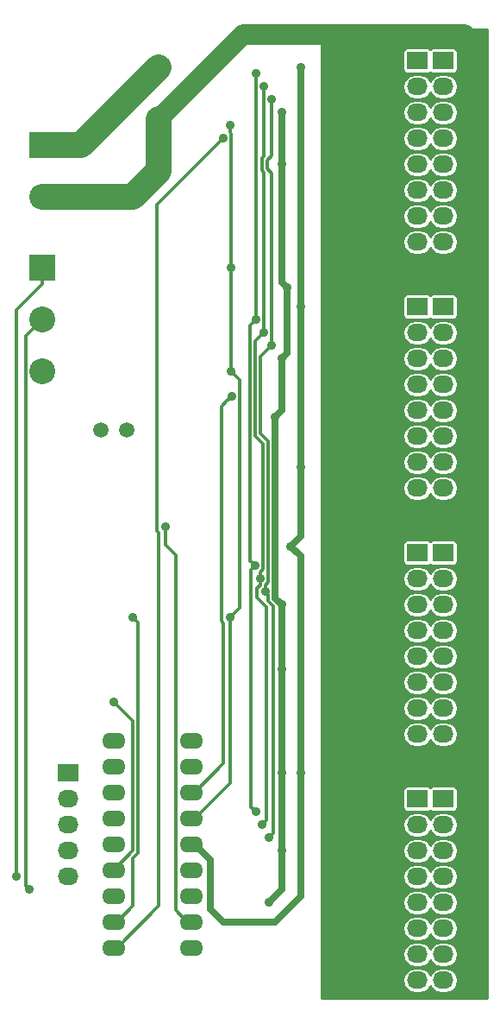
<source format=gbl>
G04 #@! TF.FileFunction,Copper,L2,Bot,Signal*
%FSLAX46Y46*%
G04 Gerber Fmt 4.6, Leading zero omitted, Abs format (unit mm)*
G04 Created by KiCad (PCBNEW (2015-10-14 BZR 6269)-product) date Thursday, October 22, 2015 'PMt' 03:29:46 PM*
%MOMM*%
G01*
G04 APERTURE LIST*
%ADD10C,0.100000*%
%ADD11C,1.501140*%
%ADD12R,2.032000X1.727200*%
%ADD13O,2.032000X1.727200*%
%ADD14R,2.540000X2.540000*%
%ADD15C,2.540000*%
%ADD16O,2.300000X1.600000*%
%ADD17C,0.889000*%
%ADD18C,2.032000*%
%ADD19C,2.540000*%
%ADD20C,0.635000*%
%ADD21C,0.304800*%
%ADD22C,0.254000*%
G04 APERTURE END LIST*
D10*
D11*
X152400000Y-67945000D03*
X152400000Y-62865000D03*
X149225000Y-98425000D03*
X146685000Y-98425000D03*
D12*
X177800000Y-62230000D03*
D13*
X177800000Y-64770000D03*
X177800000Y-67310000D03*
X177800000Y-69850000D03*
X177800000Y-72390000D03*
X177800000Y-74930000D03*
X177800000Y-77470000D03*
X177800000Y-80010000D03*
D12*
X180340000Y-62230000D03*
D13*
X180340000Y-64770000D03*
X180340000Y-67310000D03*
X180340000Y-69850000D03*
X180340000Y-72390000D03*
X180340000Y-74930000D03*
X180340000Y-77470000D03*
X180340000Y-80010000D03*
D12*
X182880000Y-62230000D03*
D13*
X182880000Y-64770000D03*
X182880000Y-67310000D03*
X182880000Y-69850000D03*
X182880000Y-72390000D03*
X182880000Y-74930000D03*
X182880000Y-77470000D03*
X182880000Y-80010000D03*
D12*
X177800000Y-86360000D03*
D13*
X177800000Y-88900000D03*
X177800000Y-91440000D03*
X177800000Y-93980000D03*
X177800000Y-96520000D03*
X177800000Y-99060000D03*
X177800000Y-101600000D03*
X177800000Y-104140000D03*
D12*
X180340000Y-86360000D03*
D13*
X180340000Y-88900000D03*
X180340000Y-91440000D03*
X180340000Y-93980000D03*
X180340000Y-96520000D03*
X180340000Y-99060000D03*
X180340000Y-101600000D03*
X180340000Y-104140000D03*
D12*
X182880000Y-86360000D03*
D13*
X182880000Y-88900000D03*
X182880000Y-91440000D03*
X182880000Y-93980000D03*
X182880000Y-96520000D03*
X182880000Y-99060000D03*
X182880000Y-101600000D03*
X182880000Y-104140000D03*
D12*
X177800000Y-110490000D03*
D13*
X177800000Y-113030000D03*
X177800000Y-115570000D03*
X177800000Y-118110000D03*
X177800000Y-120650000D03*
X177800000Y-123190000D03*
X177800000Y-125730000D03*
X177800000Y-128270000D03*
D12*
X180340000Y-110490000D03*
D13*
X180340000Y-113030000D03*
X180340000Y-115570000D03*
X180340000Y-118110000D03*
X180340000Y-120650000D03*
X180340000Y-123190000D03*
X180340000Y-125730000D03*
X180340000Y-128270000D03*
D12*
X182880000Y-110490000D03*
D13*
X182880000Y-113030000D03*
X182880000Y-115570000D03*
X182880000Y-118110000D03*
X182880000Y-120650000D03*
X182880000Y-123190000D03*
X182880000Y-125730000D03*
X182880000Y-128270000D03*
D12*
X177800000Y-134620000D03*
D13*
X177800000Y-137160000D03*
X177800000Y-139700000D03*
X177800000Y-142240000D03*
X177800000Y-144780000D03*
X177800000Y-147320000D03*
X177800000Y-149860000D03*
X177800000Y-152400000D03*
D12*
X180340000Y-134620000D03*
D13*
X180340000Y-137160000D03*
X180340000Y-139700000D03*
X180340000Y-142240000D03*
X180340000Y-144780000D03*
X180340000Y-147320000D03*
X180340000Y-149860000D03*
X180340000Y-152400000D03*
D12*
X182880000Y-134620000D03*
D13*
X182880000Y-137160000D03*
X182880000Y-139700000D03*
X182880000Y-142240000D03*
X182880000Y-144780000D03*
X182880000Y-147320000D03*
X182880000Y-149860000D03*
X182880000Y-152400000D03*
D14*
X140970000Y-70485000D03*
D15*
X140970000Y-75565000D03*
D14*
X140970000Y-82550000D03*
D15*
X140970000Y-87630000D03*
X140970000Y-92710000D03*
D12*
X143510000Y-132080000D03*
D13*
X143510000Y-134620000D03*
X143510000Y-137160000D03*
X143510000Y-139700000D03*
X143510000Y-142240000D03*
D16*
X147955000Y-128905000D03*
X147955000Y-131445000D03*
X147955000Y-133985000D03*
X147955000Y-136525000D03*
X147955000Y-139065000D03*
X147955000Y-141605000D03*
X147955000Y-144145000D03*
X147955000Y-146685000D03*
X147955000Y-149225000D03*
X155575000Y-149225000D03*
X155575000Y-146685000D03*
X155575000Y-144145000D03*
X155575000Y-141605000D03*
X155575000Y-139065000D03*
X155575000Y-136525000D03*
X155575000Y-133985000D03*
X155575000Y-131445000D03*
X155575000Y-128905000D03*
D17*
X163195000Y-144780000D03*
X164465000Y-139700000D03*
X164465000Y-132080000D03*
X164465000Y-121920000D03*
X164465000Y-115570000D03*
X163830000Y-97155000D03*
X164465000Y-91440000D03*
X164975617Y-84452609D03*
X164465000Y-67310000D03*
X164465000Y-72390000D03*
X166370000Y-102099299D03*
X166370000Y-132080000D03*
X166370000Y-62865000D03*
X166370000Y-86360000D03*
X165385000Y-109840000D03*
X153035000Y-107950000D03*
X149860000Y-116840000D03*
X147955000Y-125095000D03*
X138430000Y-142240000D03*
X139700000Y-143510000D03*
X159546920Y-82550000D03*
X159546920Y-92710000D03*
X159385000Y-68580000D03*
X159385000Y-116840000D03*
X161858358Y-111760000D03*
X161925000Y-63500000D03*
X161925000Y-87630000D03*
X161925000Y-135890000D03*
X162363169Y-113030000D03*
X162560000Y-137160000D03*
X162721910Y-88900000D03*
X162721910Y-64770000D03*
X162867980Y-114300000D03*
X163518820Y-66040000D03*
X163518820Y-90170000D03*
X163195000Y-138430000D03*
X158750000Y-69850000D03*
X159565031Y-95139530D03*
D18*
X182880000Y-62230000D02*
X182880000Y-60096400D01*
X182473600Y-59690000D02*
X160655000Y-59690000D01*
X182880000Y-60096400D02*
X182473600Y-59690000D01*
X160655000Y-59690000D02*
X152400000Y-67945000D01*
D19*
X152400000Y-73025000D02*
X152400000Y-67945000D01*
X140970000Y-75565000D02*
X149860000Y-75565000D01*
X149860000Y-75565000D02*
X152400000Y-73025000D01*
D20*
X164465000Y-139700000D02*
X164465000Y-143510000D01*
X164465000Y-143510000D02*
X163195000Y-144780000D01*
X164465000Y-132080000D02*
X164465000Y-139700000D01*
X164465000Y-121920000D02*
X164465000Y-132080000D01*
X164465000Y-115570000D02*
X164465000Y-121920000D01*
X163830000Y-114935000D02*
X164465000Y-115570000D01*
X163830000Y-97155000D02*
X163830000Y-114935000D01*
X164465000Y-91440000D02*
X164465000Y-96520000D01*
X164465000Y-96520000D02*
X163830000Y-97155000D01*
X164975617Y-84452609D02*
X164975617Y-90929383D01*
X164975617Y-90929383D02*
X164465000Y-91440000D01*
X164465000Y-72390000D02*
X164465000Y-83941992D01*
X164465000Y-83941992D02*
X164975617Y-84452609D01*
X164465000Y-72390000D02*
X164465000Y-67310000D01*
D19*
X140970000Y-70485000D02*
X144780000Y-70485000D01*
X144780000Y-70485000D02*
X152400000Y-62865000D01*
D20*
X166370000Y-132080000D02*
X166370000Y-144145000D01*
X166370000Y-144145000D02*
X163830000Y-146685000D01*
X163830000Y-146685000D02*
X158750000Y-146685000D01*
X158750000Y-146685000D02*
X157480000Y-145415000D01*
X157480000Y-145415000D02*
X157480000Y-140620000D01*
X157480000Y-140620000D02*
X155925000Y-139065000D01*
X155925000Y-139065000D02*
X155575000Y-139065000D01*
X166370000Y-108855000D02*
X166370000Y-102099299D01*
X166370000Y-102099299D02*
X166370000Y-86988617D01*
X166370000Y-132080000D02*
X166370000Y-110825000D01*
X166370000Y-110825000D02*
X165385000Y-109840000D01*
X166370000Y-86988617D02*
X166370000Y-86360000D01*
X165385000Y-109840000D02*
X166370000Y-108855000D01*
X166370000Y-86360000D02*
X166370000Y-62865000D01*
D21*
X154072590Y-110722410D02*
X153035000Y-109684820D01*
X153035000Y-109684820D02*
X153035000Y-107950000D01*
X155575000Y-146685000D02*
X155225000Y-146685000D01*
X155225000Y-146685000D02*
X154072590Y-145532590D01*
X154072590Y-145532590D02*
X154072590Y-110722410D01*
X148305000Y-146685000D02*
X147955000Y-146685000D01*
X149860000Y-140413910D02*
X149860000Y-145130000D01*
X150364810Y-139909100D02*
X149860000Y-140413910D01*
X150364811Y-117344811D02*
X150364810Y-139909100D01*
X149860000Y-145130000D02*
X148305000Y-146685000D01*
X149860000Y-116840000D02*
X150364811Y-117344811D01*
X149860000Y-127000000D02*
X149860000Y-139700000D01*
X149860000Y-139700000D02*
X147955000Y-141605000D01*
X147955000Y-125095000D02*
X149860000Y-127000000D01*
X140970000Y-82550000D02*
X140970000Y-84124800D01*
X140970000Y-84124800D02*
X138430000Y-86664800D01*
X138430000Y-86664800D02*
X138430000Y-142240000D01*
X140970000Y-87630000D02*
X139347599Y-89252401D01*
X139347599Y-89252401D02*
X139347599Y-143157599D01*
X139347599Y-143157599D02*
X139700000Y-143510000D01*
X159991419Y-93154499D02*
X159546920Y-92710000D01*
X160361932Y-93525012D02*
X159991419Y-93154499D01*
X159385000Y-116840000D02*
X160361932Y-115863068D01*
X160361932Y-115863068D02*
X160361932Y-93525012D01*
X159546920Y-81921383D02*
X159546920Y-82550000D01*
X159546920Y-69370537D02*
X159546920Y-81921383D01*
X159385000Y-68580000D02*
X159385000Y-69208617D01*
X159546920Y-83178617D02*
X159546920Y-92710000D01*
X159546920Y-82550000D02*
X159546920Y-83178617D01*
X159385000Y-69208617D02*
X159546920Y-69370537D01*
X155575000Y-136525000D02*
X155925000Y-136525000D01*
X155925000Y-136525000D02*
X159385000Y-133065000D01*
X159385000Y-133065000D02*
X159385000Y-116840000D01*
X161480501Y-112137857D02*
X161858358Y-111760000D01*
X161413859Y-111315501D02*
X161858358Y-111760000D01*
X161925000Y-135890000D02*
X161480501Y-135445501D01*
X161388476Y-88166524D02*
X161388476Y-111290118D01*
X161480501Y-135445501D02*
X161480501Y-112137857D01*
X161388476Y-111290118D02*
X161413859Y-111315501D01*
X161925000Y-87630000D02*
X161388476Y-88166524D01*
X161925000Y-87630000D02*
X161925000Y-63500000D01*
X162363169Y-113658617D02*
X162363169Y-113030000D01*
X162560000Y-137160000D02*
X163004499Y-136715501D01*
X162071078Y-113950708D02*
X162363169Y-113658617D01*
X163004499Y-136715501D02*
X163004499Y-115770806D01*
X161893287Y-89728623D02*
X161893288Y-99016614D01*
X162071078Y-114837385D02*
X162071078Y-113950708D01*
X162363169Y-112401383D02*
X162363169Y-113030000D01*
X162655278Y-99778604D02*
X162655278Y-112109274D01*
X163004499Y-115770806D02*
X162071078Y-114837385D01*
X161893288Y-99016614D02*
X162655278Y-99778604D01*
X162721910Y-88900000D02*
X161893287Y-89728623D01*
X162655278Y-112109274D02*
X162363169Y-112401383D01*
X162528288Y-71798388D02*
X162528288Y-72981612D01*
X162721910Y-64770000D02*
X162721910Y-71604766D01*
X162721910Y-73175234D02*
X162721910Y-88271383D01*
X162721910Y-71604766D02*
X162528288Y-71798388D01*
X162528288Y-72981612D02*
X162721910Y-73175234D01*
X162721910Y-88271383D02*
X162721910Y-88900000D01*
X163160089Y-114592109D02*
X162867980Y-114300000D01*
X163639499Y-115691895D02*
X163160089Y-115212486D01*
X162398098Y-98807514D02*
X163160089Y-99569505D01*
X162398098Y-91290722D02*
X162398098Y-98807514D01*
X162867980Y-113671383D02*
X162867980Y-114300000D01*
X163160089Y-99569505D02*
X163160089Y-113379274D01*
X163160089Y-113379274D02*
X162867980Y-113671383D01*
X163195000Y-138430000D02*
X163639499Y-137985501D01*
X163518820Y-90170000D02*
X162398098Y-91290722D01*
X163160089Y-115212486D02*
X163160089Y-114592109D01*
X163639499Y-137985501D02*
X163639499Y-115691895D01*
X163518820Y-90170000D02*
X163518820Y-73258234D01*
X163033099Y-72007487D02*
X163518820Y-71521766D01*
X163518820Y-73258234D02*
X163033099Y-72772513D01*
X163033099Y-72772513D02*
X163033099Y-72007487D01*
X163518820Y-71521766D02*
X163518820Y-66668617D01*
X163518820Y-66668617D02*
X163518820Y-66040000D01*
X148305000Y-149225000D02*
X147955000Y-149225000D01*
X152400000Y-145130000D02*
X148305000Y-149225000D01*
X152238098Y-108332514D02*
X152400000Y-108494416D01*
X152238098Y-76361902D02*
X152238098Y-108332514D01*
X152400000Y-108494416D02*
X152400000Y-145130000D01*
X158750000Y-69850000D02*
X152238098Y-76361902D01*
X159120532Y-95584029D02*
X159565031Y-95139530D01*
X158559110Y-96145451D02*
X159120532Y-95584029D01*
X158750000Y-117384416D02*
X158559110Y-117193526D01*
X158559110Y-117193526D02*
X158559110Y-96145451D01*
X158750000Y-131160000D02*
X158750000Y-117384416D01*
X155575000Y-133985000D02*
X155925000Y-133985000D01*
X155925000Y-133985000D02*
X158750000Y-131160000D01*
D22*
G36*
X184658000Y-154178000D02*
X168402000Y-154178000D01*
X168402000Y-152400000D01*
X176375631Y-152400000D01*
X176470371Y-152876288D01*
X176740166Y-153280065D01*
X177143943Y-153549860D01*
X177620231Y-153644600D01*
X177979769Y-153644600D01*
X178456057Y-153549860D01*
X178859834Y-153280065D01*
X179070000Y-152965529D01*
X179280166Y-153280065D01*
X179683943Y-153549860D01*
X180160231Y-153644600D01*
X180519769Y-153644600D01*
X180996057Y-153549860D01*
X181399834Y-153280065D01*
X181669629Y-152876288D01*
X181764369Y-152400000D01*
X181669629Y-151923712D01*
X181399834Y-151519935D01*
X180996057Y-151250140D01*
X180519769Y-151155400D01*
X180160231Y-151155400D01*
X179683943Y-151250140D01*
X179280166Y-151519935D01*
X179070000Y-151834471D01*
X178859834Y-151519935D01*
X178456057Y-151250140D01*
X177979769Y-151155400D01*
X177620231Y-151155400D01*
X177143943Y-151250140D01*
X176740166Y-151519935D01*
X176470371Y-151923712D01*
X176375631Y-152400000D01*
X168402000Y-152400000D01*
X168402000Y-149860000D01*
X176375631Y-149860000D01*
X176470371Y-150336288D01*
X176740166Y-150740065D01*
X177143943Y-151009860D01*
X177620231Y-151104600D01*
X177979769Y-151104600D01*
X178456057Y-151009860D01*
X178859834Y-150740065D01*
X179070000Y-150425529D01*
X179280166Y-150740065D01*
X179683943Y-151009860D01*
X180160231Y-151104600D01*
X180519769Y-151104600D01*
X180996057Y-151009860D01*
X181399834Y-150740065D01*
X181669629Y-150336288D01*
X181764369Y-149860000D01*
X181669629Y-149383712D01*
X181399834Y-148979935D01*
X180996057Y-148710140D01*
X180519769Y-148615400D01*
X180160231Y-148615400D01*
X179683943Y-148710140D01*
X179280166Y-148979935D01*
X179070000Y-149294471D01*
X178859834Y-148979935D01*
X178456057Y-148710140D01*
X177979769Y-148615400D01*
X177620231Y-148615400D01*
X177143943Y-148710140D01*
X176740166Y-148979935D01*
X176470371Y-149383712D01*
X176375631Y-149860000D01*
X168402000Y-149860000D01*
X168402000Y-147320000D01*
X176375631Y-147320000D01*
X176470371Y-147796288D01*
X176740166Y-148200065D01*
X177143943Y-148469860D01*
X177620231Y-148564600D01*
X177979769Y-148564600D01*
X178456057Y-148469860D01*
X178859834Y-148200065D01*
X179070000Y-147885529D01*
X179280166Y-148200065D01*
X179683943Y-148469860D01*
X180160231Y-148564600D01*
X180519769Y-148564600D01*
X180996057Y-148469860D01*
X181399834Y-148200065D01*
X181669629Y-147796288D01*
X181764369Y-147320000D01*
X181669629Y-146843712D01*
X181399834Y-146439935D01*
X180996057Y-146170140D01*
X180519769Y-146075400D01*
X180160231Y-146075400D01*
X179683943Y-146170140D01*
X179280166Y-146439935D01*
X179070000Y-146754471D01*
X178859834Y-146439935D01*
X178456057Y-146170140D01*
X177979769Y-146075400D01*
X177620231Y-146075400D01*
X177143943Y-146170140D01*
X176740166Y-146439935D01*
X176470371Y-146843712D01*
X176375631Y-147320000D01*
X168402000Y-147320000D01*
X168402000Y-144780000D01*
X176375631Y-144780000D01*
X176470371Y-145256288D01*
X176740166Y-145660065D01*
X177143943Y-145929860D01*
X177620231Y-146024600D01*
X177979769Y-146024600D01*
X178456057Y-145929860D01*
X178859834Y-145660065D01*
X179070000Y-145345529D01*
X179280166Y-145660065D01*
X179683943Y-145929860D01*
X180160231Y-146024600D01*
X180519769Y-146024600D01*
X180996057Y-145929860D01*
X181399834Y-145660065D01*
X181669629Y-145256288D01*
X181764369Y-144780000D01*
X181669629Y-144303712D01*
X181399834Y-143899935D01*
X180996057Y-143630140D01*
X180519769Y-143535400D01*
X180160231Y-143535400D01*
X179683943Y-143630140D01*
X179280166Y-143899935D01*
X179070000Y-144214471D01*
X178859834Y-143899935D01*
X178456057Y-143630140D01*
X177979769Y-143535400D01*
X177620231Y-143535400D01*
X177143943Y-143630140D01*
X176740166Y-143899935D01*
X176470371Y-144303712D01*
X176375631Y-144780000D01*
X168402000Y-144780000D01*
X168402000Y-142240000D01*
X176375631Y-142240000D01*
X176470371Y-142716288D01*
X176740166Y-143120065D01*
X177143943Y-143389860D01*
X177620231Y-143484600D01*
X177979769Y-143484600D01*
X178456057Y-143389860D01*
X178859834Y-143120065D01*
X179070000Y-142805529D01*
X179280166Y-143120065D01*
X179683943Y-143389860D01*
X180160231Y-143484600D01*
X180519769Y-143484600D01*
X180996057Y-143389860D01*
X181399834Y-143120065D01*
X181669629Y-142716288D01*
X181764369Y-142240000D01*
X181669629Y-141763712D01*
X181399834Y-141359935D01*
X180996057Y-141090140D01*
X180519769Y-140995400D01*
X180160231Y-140995400D01*
X179683943Y-141090140D01*
X179280166Y-141359935D01*
X179070000Y-141674471D01*
X178859834Y-141359935D01*
X178456057Y-141090140D01*
X177979769Y-140995400D01*
X177620231Y-140995400D01*
X177143943Y-141090140D01*
X176740166Y-141359935D01*
X176470371Y-141763712D01*
X176375631Y-142240000D01*
X168402000Y-142240000D01*
X168402000Y-139700000D01*
X176375631Y-139700000D01*
X176470371Y-140176288D01*
X176740166Y-140580065D01*
X177143943Y-140849860D01*
X177620231Y-140944600D01*
X177979769Y-140944600D01*
X178456057Y-140849860D01*
X178859834Y-140580065D01*
X179070000Y-140265529D01*
X179280166Y-140580065D01*
X179683943Y-140849860D01*
X180160231Y-140944600D01*
X180519769Y-140944600D01*
X180996057Y-140849860D01*
X181399834Y-140580065D01*
X181669629Y-140176288D01*
X181764369Y-139700000D01*
X181669629Y-139223712D01*
X181399834Y-138819935D01*
X180996057Y-138550140D01*
X180519769Y-138455400D01*
X180160231Y-138455400D01*
X179683943Y-138550140D01*
X179280166Y-138819935D01*
X179070000Y-139134471D01*
X178859834Y-138819935D01*
X178456057Y-138550140D01*
X177979769Y-138455400D01*
X177620231Y-138455400D01*
X177143943Y-138550140D01*
X176740166Y-138819935D01*
X176470371Y-139223712D01*
X176375631Y-139700000D01*
X168402000Y-139700000D01*
X168402000Y-137160000D01*
X176375631Y-137160000D01*
X176470371Y-137636288D01*
X176740166Y-138040065D01*
X177143943Y-138309860D01*
X177620231Y-138404600D01*
X177979769Y-138404600D01*
X178456057Y-138309860D01*
X178859834Y-138040065D01*
X179070000Y-137725529D01*
X179280166Y-138040065D01*
X179683943Y-138309860D01*
X180160231Y-138404600D01*
X180519769Y-138404600D01*
X180996057Y-138309860D01*
X181399834Y-138040065D01*
X181669629Y-137636288D01*
X181764369Y-137160000D01*
X181669629Y-136683712D01*
X181399834Y-136279935D01*
X180996057Y-136010140D01*
X180519769Y-135915400D01*
X180160231Y-135915400D01*
X179683943Y-136010140D01*
X179280166Y-136279935D01*
X179070000Y-136594471D01*
X178859834Y-136279935D01*
X178456057Y-136010140D01*
X177979769Y-135915400D01*
X177620231Y-135915400D01*
X177143943Y-136010140D01*
X176740166Y-136279935D01*
X176470371Y-136683712D01*
X176375631Y-137160000D01*
X168402000Y-137160000D01*
X168402000Y-133756400D01*
X176395536Y-133756400D01*
X176395536Y-135483600D01*
X176422103Y-135624790D01*
X176505546Y-135754465D01*
X176632866Y-135841459D01*
X176784000Y-135872064D01*
X178816000Y-135872064D01*
X178957190Y-135845497D01*
X179071306Y-135772066D01*
X179172866Y-135841459D01*
X179324000Y-135872064D01*
X181356000Y-135872064D01*
X181497190Y-135845497D01*
X181626865Y-135762054D01*
X181713859Y-135634734D01*
X181744464Y-135483600D01*
X181744464Y-133756400D01*
X181717897Y-133615210D01*
X181634454Y-133485535D01*
X181507134Y-133398541D01*
X181356000Y-133367936D01*
X179324000Y-133367936D01*
X179182810Y-133394503D01*
X179068694Y-133467934D01*
X178967134Y-133398541D01*
X178816000Y-133367936D01*
X176784000Y-133367936D01*
X176642810Y-133394503D01*
X176513135Y-133477946D01*
X176426141Y-133605266D01*
X176395536Y-133756400D01*
X168402000Y-133756400D01*
X168402000Y-128270000D01*
X176375631Y-128270000D01*
X176470371Y-128746288D01*
X176740166Y-129150065D01*
X177143943Y-129419860D01*
X177620231Y-129514600D01*
X177979769Y-129514600D01*
X178456057Y-129419860D01*
X178859834Y-129150065D01*
X179070000Y-128835529D01*
X179280166Y-129150065D01*
X179683943Y-129419860D01*
X180160231Y-129514600D01*
X180519769Y-129514600D01*
X180996057Y-129419860D01*
X181399834Y-129150065D01*
X181669629Y-128746288D01*
X181764369Y-128270000D01*
X181669629Y-127793712D01*
X181399834Y-127389935D01*
X180996057Y-127120140D01*
X180519769Y-127025400D01*
X180160231Y-127025400D01*
X179683943Y-127120140D01*
X179280166Y-127389935D01*
X179070000Y-127704471D01*
X178859834Y-127389935D01*
X178456057Y-127120140D01*
X177979769Y-127025400D01*
X177620231Y-127025400D01*
X177143943Y-127120140D01*
X176740166Y-127389935D01*
X176470371Y-127793712D01*
X176375631Y-128270000D01*
X168402000Y-128270000D01*
X168402000Y-125730000D01*
X176375631Y-125730000D01*
X176470371Y-126206288D01*
X176740166Y-126610065D01*
X177143943Y-126879860D01*
X177620231Y-126974600D01*
X177979769Y-126974600D01*
X178456057Y-126879860D01*
X178859834Y-126610065D01*
X179070000Y-126295529D01*
X179280166Y-126610065D01*
X179683943Y-126879860D01*
X180160231Y-126974600D01*
X180519769Y-126974600D01*
X180996057Y-126879860D01*
X181399834Y-126610065D01*
X181669629Y-126206288D01*
X181764369Y-125730000D01*
X181669629Y-125253712D01*
X181399834Y-124849935D01*
X180996057Y-124580140D01*
X180519769Y-124485400D01*
X180160231Y-124485400D01*
X179683943Y-124580140D01*
X179280166Y-124849935D01*
X179070000Y-125164471D01*
X178859834Y-124849935D01*
X178456057Y-124580140D01*
X177979769Y-124485400D01*
X177620231Y-124485400D01*
X177143943Y-124580140D01*
X176740166Y-124849935D01*
X176470371Y-125253712D01*
X176375631Y-125730000D01*
X168402000Y-125730000D01*
X168402000Y-123190000D01*
X176375631Y-123190000D01*
X176470371Y-123666288D01*
X176740166Y-124070065D01*
X177143943Y-124339860D01*
X177620231Y-124434600D01*
X177979769Y-124434600D01*
X178456057Y-124339860D01*
X178859834Y-124070065D01*
X179070000Y-123755529D01*
X179280166Y-124070065D01*
X179683943Y-124339860D01*
X180160231Y-124434600D01*
X180519769Y-124434600D01*
X180996057Y-124339860D01*
X181399834Y-124070065D01*
X181669629Y-123666288D01*
X181764369Y-123190000D01*
X181669629Y-122713712D01*
X181399834Y-122309935D01*
X180996057Y-122040140D01*
X180519769Y-121945400D01*
X180160231Y-121945400D01*
X179683943Y-122040140D01*
X179280166Y-122309935D01*
X179070000Y-122624471D01*
X178859834Y-122309935D01*
X178456057Y-122040140D01*
X177979769Y-121945400D01*
X177620231Y-121945400D01*
X177143943Y-122040140D01*
X176740166Y-122309935D01*
X176470371Y-122713712D01*
X176375631Y-123190000D01*
X168402000Y-123190000D01*
X168402000Y-120650000D01*
X176375631Y-120650000D01*
X176470371Y-121126288D01*
X176740166Y-121530065D01*
X177143943Y-121799860D01*
X177620231Y-121894600D01*
X177979769Y-121894600D01*
X178456057Y-121799860D01*
X178859834Y-121530065D01*
X179070000Y-121215529D01*
X179280166Y-121530065D01*
X179683943Y-121799860D01*
X180160231Y-121894600D01*
X180519769Y-121894600D01*
X180996057Y-121799860D01*
X181399834Y-121530065D01*
X181669629Y-121126288D01*
X181764369Y-120650000D01*
X181669629Y-120173712D01*
X181399834Y-119769935D01*
X180996057Y-119500140D01*
X180519769Y-119405400D01*
X180160231Y-119405400D01*
X179683943Y-119500140D01*
X179280166Y-119769935D01*
X179070000Y-120084471D01*
X178859834Y-119769935D01*
X178456057Y-119500140D01*
X177979769Y-119405400D01*
X177620231Y-119405400D01*
X177143943Y-119500140D01*
X176740166Y-119769935D01*
X176470371Y-120173712D01*
X176375631Y-120650000D01*
X168402000Y-120650000D01*
X168402000Y-118110000D01*
X176375631Y-118110000D01*
X176470371Y-118586288D01*
X176740166Y-118990065D01*
X177143943Y-119259860D01*
X177620231Y-119354600D01*
X177979769Y-119354600D01*
X178456057Y-119259860D01*
X178859834Y-118990065D01*
X179070000Y-118675529D01*
X179280166Y-118990065D01*
X179683943Y-119259860D01*
X180160231Y-119354600D01*
X180519769Y-119354600D01*
X180996057Y-119259860D01*
X181399834Y-118990065D01*
X181669629Y-118586288D01*
X181764369Y-118110000D01*
X181669629Y-117633712D01*
X181399834Y-117229935D01*
X180996057Y-116960140D01*
X180519769Y-116865400D01*
X180160231Y-116865400D01*
X179683943Y-116960140D01*
X179280166Y-117229935D01*
X179070000Y-117544471D01*
X178859834Y-117229935D01*
X178456057Y-116960140D01*
X177979769Y-116865400D01*
X177620231Y-116865400D01*
X177143943Y-116960140D01*
X176740166Y-117229935D01*
X176470371Y-117633712D01*
X176375631Y-118110000D01*
X168402000Y-118110000D01*
X168402000Y-115570000D01*
X176375631Y-115570000D01*
X176470371Y-116046288D01*
X176740166Y-116450065D01*
X177143943Y-116719860D01*
X177620231Y-116814600D01*
X177979769Y-116814600D01*
X178456057Y-116719860D01*
X178859834Y-116450065D01*
X179070000Y-116135529D01*
X179280166Y-116450065D01*
X179683943Y-116719860D01*
X180160231Y-116814600D01*
X180519769Y-116814600D01*
X180996057Y-116719860D01*
X181399834Y-116450065D01*
X181669629Y-116046288D01*
X181764369Y-115570000D01*
X181669629Y-115093712D01*
X181399834Y-114689935D01*
X180996057Y-114420140D01*
X180519769Y-114325400D01*
X180160231Y-114325400D01*
X179683943Y-114420140D01*
X179280166Y-114689935D01*
X179070000Y-115004471D01*
X178859834Y-114689935D01*
X178456057Y-114420140D01*
X177979769Y-114325400D01*
X177620231Y-114325400D01*
X177143943Y-114420140D01*
X176740166Y-114689935D01*
X176470371Y-115093712D01*
X176375631Y-115570000D01*
X168402000Y-115570000D01*
X168402000Y-113030000D01*
X176375631Y-113030000D01*
X176470371Y-113506288D01*
X176740166Y-113910065D01*
X177143943Y-114179860D01*
X177620231Y-114274600D01*
X177979769Y-114274600D01*
X178456057Y-114179860D01*
X178859834Y-113910065D01*
X179070000Y-113595529D01*
X179280166Y-113910065D01*
X179683943Y-114179860D01*
X180160231Y-114274600D01*
X180519769Y-114274600D01*
X180996057Y-114179860D01*
X181399834Y-113910065D01*
X181669629Y-113506288D01*
X181764369Y-113030000D01*
X181669629Y-112553712D01*
X181399834Y-112149935D01*
X180996057Y-111880140D01*
X180519769Y-111785400D01*
X180160231Y-111785400D01*
X179683943Y-111880140D01*
X179280166Y-112149935D01*
X179070000Y-112464471D01*
X178859834Y-112149935D01*
X178456057Y-111880140D01*
X177979769Y-111785400D01*
X177620231Y-111785400D01*
X177143943Y-111880140D01*
X176740166Y-112149935D01*
X176470371Y-112553712D01*
X176375631Y-113030000D01*
X168402000Y-113030000D01*
X168402000Y-109626400D01*
X176395536Y-109626400D01*
X176395536Y-111353600D01*
X176422103Y-111494790D01*
X176505546Y-111624465D01*
X176632866Y-111711459D01*
X176784000Y-111742064D01*
X178816000Y-111742064D01*
X178957190Y-111715497D01*
X179071306Y-111642066D01*
X179172866Y-111711459D01*
X179324000Y-111742064D01*
X181356000Y-111742064D01*
X181497190Y-111715497D01*
X181626865Y-111632054D01*
X181713859Y-111504734D01*
X181744464Y-111353600D01*
X181744464Y-109626400D01*
X181717897Y-109485210D01*
X181634454Y-109355535D01*
X181507134Y-109268541D01*
X181356000Y-109237936D01*
X179324000Y-109237936D01*
X179182810Y-109264503D01*
X179068694Y-109337934D01*
X178967134Y-109268541D01*
X178816000Y-109237936D01*
X176784000Y-109237936D01*
X176642810Y-109264503D01*
X176513135Y-109347946D01*
X176426141Y-109475266D01*
X176395536Y-109626400D01*
X168402000Y-109626400D01*
X168402000Y-104140000D01*
X176375631Y-104140000D01*
X176470371Y-104616288D01*
X176740166Y-105020065D01*
X177143943Y-105289860D01*
X177620231Y-105384600D01*
X177979769Y-105384600D01*
X178456057Y-105289860D01*
X178859834Y-105020065D01*
X179070000Y-104705529D01*
X179280166Y-105020065D01*
X179683943Y-105289860D01*
X180160231Y-105384600D01*
X180519769Y-105384600D01*
X180996057Y-105289860D01*
X181399834Y-105020065D01*
X181669629Y-104616288D01*
X181764369Y-104140000D01*
X181669629Y-103663712D01*
X181399834Y-103259935D01*
X180996057Y-102990140D01*
X180519769Y-102895400D01*
X180160231Y-102895400D01*
X179683943Y-102990140D01*
X179280166Y-103259935D01*
X179070000Y-103574471D01*
X178859834Y-103259935D01*
X178456057Y-102990140D01*
X177979769Y-102895400D01*
X177620231Y-102895400D01*
X177143943Y-102990140D01*
X176740166Y-103259935D01*
X176470371Y-103663712D01*
X176375631Y-104140000D01*
X168402000Y-104140000D01*
X168402000Y-101600000D01*
X176375631Y-101600000D01*
X176470371Y-102076288D01*
X176740166Y-102480065D01*
X177143943Y-102749860D01*
X177620231Y-102844600D01*
X177979769Y-102844600D01*
X178456057Y-102749860D01*
X178859834Y-102480065D01*
X179070000Y-102165529D01*
X179280166Y-102480065D01*
X179683943Y-102749860D01*
X180160231Y-102844600D01*
X180519769Y-102844600D01*
X180996057Y-102749860D01*
X181399834Y-102480065D01*
X181669629Y-102076288D01*
X181764369Y-101600000D01*
X181669629Y-101123712D01*
X181399834Y-100719935D01*
X180996057Y-100450140D01*
X180519769Y-100355400D01*
X180160231Y-100355400D01*
X179683943Y-100450140D01*
X179280166Y-100719935D01*
X179070000Y-101034471D01*
X178859834Y-100719935D01*
X178456057Y-100450140D01*
X177979769Y-100355400D01*
X177620231Y-100355400D01*
X177143943Y-100450140D01*
X176740166Y-100719935D01*
X176470371Y-101123712D01*
X176375631Y-101600000D01*
X168402000Y-101600000D01*
X168402000Y-99060000D01*
X176375631Y-99060000D01*
X176470371Y-99536288D01*
X176740166Y-99940065D01*
X177143943Y-100209860D01*
X177620231Y-100304600D01*
X177979769Y-100304600D01*
X178456057Y-100209860D01*
X178859834Y-99940065D01*
X179070000Y-99625529D01*
X179280166Y-99940065D01*
X179683943Y-100209860D01*
X180160231Y-100304600D01*
X180519769Y-100304600D01*
X180996057Y-100209860D01*
X181399834Y-99940065D01*
X181669629Y-99536288D01*
X181764369Y-99060000D01*
X181669629Y-98583712D01*
X181399834Y-98179935D01*
X180996057Y-97910140D01*
X180519769Y-97815400D01*
X180160231Y-97815400D01*
X179683943Y-97910140D01*
X179280166Y-98179935D01*
X179070000Y-98494471D01*
X178859834Y-98179935D01*
X178456057Y-97910140D01*
X177979769Y-97815400D01*
X177620231Y-97815400D01*
X177143943Y-97910140D01*
X176740166Y-98179935D01*
X176470371Y-98583712D01*
X176375631Y-99060000D01*
X168402000Y-99060000D01*
X168402000Y-96520000D01*
X176375631Y-96520000D01*
X176470371Y-96996288D01*
X176740166Y-97400065D01*
X177143943Y-97669860D01*
X177620231Y-97764600D01*
X177979769Y-97764600D01*
X178456057Y-97669860D01*
X178859834Y-97400065D01*
X179070000Y-97085529D01*
X179280166Y-97400065D01*
X179683943Y-97669860D01*
X180160231Y-97764600D01*
X180519769Y-97764600D01*
X180996057Y-97669860D01*
X181399834Y-97400065D01*
X181669629Y-96996288D01*
X181764369Y-96520000D01*
X181669629Y-96043712D01*
X181399834Y-95639935D01*
X180996057Y-95370140D01*
X180519769Y-95275400D01*
X180160231Y-95275400D01*
X179683943Y-95370140D01*
X179280166Y-95639935D01*
X179070000Y-95954471D01*
X178859834Y-95639935D01*
X178456057Y-95370140D01*
X177979769Y-95275400D01*
X177620231Y-95275400D01*
X177143943Y-95370140D01*
X176740166Y-95639935D01*
X176470371Y-96043712D01*
X176375631Y-96520000D01*
X168402000Y-96520000D01*
X168402000Y-93980000D01*
X176375631Y-93980000D01*
X176470371Y-94456288D01*
X176740166Y-94860065D01*
X177143943Y-95129860D01*
X177620231Y-95224600D01*
X177979769Y-95224600D01*
X178456057Y-95129860D01*
X178859834Y-94860065D01*
X179070000Y-94545529D01*
X179280166Y-94860065D01*
X179683943Y-95129860D01*
X180160231Y-95224600D01*
X180519769Y-95224600D01*
X180996057Y-95129860D01*
X181399834Y-94860065D01*
X181669629Y-94456288D01*
X181764369Y-93980000D01*
X181669629Y-93503712D01*
X181399834Y-93099935D01*
X180996057Y-92830140D01*
X180519769Y-92735400D01*
X180160231Y-92735400D01*
X179683943Y-92830140D01*
X179280166Y-93099935D01*
X179070000Y-93414471D01*
X178859834Y-93099935D01*
X178456057Y-92830140D01*
X177979769Y-92735400D01*
X177620231Y-92735400D01*
X177143943Y-92830140D01*
X176740166Y-93099935D01*
X176470371Y-93503712D01*
X176375631Y-93980000D01*
X168402000Y-93980000D01*
X168402000Y-91440000D01*
X176375631Y-91440000D01*
X176470371Y-91916288D01*
X176740166Y-92320065D01*
X177143943Y-92589860D01*
X177620231Y-92684600D01*
X177979769Y-92684600D01*
X178456057Y-92589860D01*
X178859834Y-92320065D01*
X179070000Y-92005529D01*
X179280166Y-92320065D01*
X179683943Y-92589860D01*
X180160231Y-92684600D01*
X180519769Y-92684600D01*
X180996057Y-92589860D01*
X181399834Y-92320065D01*
X181669629Y-91916288D01*
X181764369Y-91440000D01*
X181669629Y-90963712D01*
X181399834Y-90559935D01*
X180996057Y-90290140D01*
X180519769Y-90195400D01*
X180160231Y-90195400D01*
X179683943Y-90290140D01*
X179280166Y-90559935D01*
X179070000Y-90874471D01*
X178859834Y-90559935D01*
X178456057Y-90290140D01*
X177979769Y-90195400D01*
X177620231Y-90195400D01*
X177143943Y-90290140D01*
X176740166Y-90559935D01*
X176470371Y-90963712D01*
X176375631Y-91440000D01*
X168402000Y-91440000D01*
X168402000Y-88900000D01*
X176375631Y-88900000D01*
X176470371Y-89376288D01*
X176740166Y-89780065D01*
X177143943Y-90049860D01*
X177620231Y-90144600D01*
X177979769Y-90144600D01*
X178456057Y-90049860D01*
X178859834Y-89780065D01*
X179070000Y-89465529D01*
X179280166Y-89780065D01*
X179683943Y-90049860D01*
X180160231Y-90144600D01*
X180519769Y-90144600D01*
X180996057Y-90049860D01*
X181399834Y-89780065D01*
X181669629Y-89376288D01*
X181764369Y-88900000D01*
X181669629Y-88423712D01*
X181399834Y-88019935D01*
X180996057Y-87750140D01*
X180519769Y-87655400D01*
X180160231Y-87655400D01*
X179683943Y-87750140D01*
X179280166Y-88019935D01*
X179070000Y-88334471D01*
X178859834Y-88019935D01*
X178456057Y-87750140D01*
X177979769Y-87655400D01*
X177620231Y-87655400D01*
X177143943Y-87750140D01*
X176740166Y-88019935D01*
X176470371Y-88423712D01*
X176375631Y-88900000D01*
X168402000Y-88900000D01*
X168402000Y-85496400D01*
X176395536Y-85496400D01*
X176395536Y-87223600D01*
X176422103Y-87364790D01*
X176505546Y-87494465D01*
X176632866Y-87581459D01*
X176784000Y-87612064D01*
X178816000Y-87612064D01*
X178957190Y-87585497D01*
X179071306Y-87512066D01*
X179172866Y-87581459D01*
X179324000Y-87612064D01*
X181356000Y-87612064D01*
X181497190Y-87585497D01*
X181626865Y-87502054D01*
X181713859Y-87374734D01*
X181744464Y-87223600D01*
X181744464Y-85496400D01*
X181717897Y-85355210D01*
X181634454Y-85225535D01*
X181507134Y-85138541D01*
X181356000Y-85107936D01*
X179324000Y-85107936D01*
X179182810Y-85134503D01*
X179068694Y-85207934D01*
X178967134Y-85138541D01*
X178816000Y-85107936D01*
X176784000Y-85107936D01*
X176642810Y-85134503D01*
X176513135Y-85217946D01*
X176426141Y-85345266D01*
X176395536Y-85496400D01*
X168402000Y-85496400D01*
X168402000Y-80010000D01*
X176375631Y-80010000D01*
X176470371Y-80486288D01*
X176740166Y-80890065D01*
X177143943Y-81159860D01*
X177620231Y-81254600D01*
X177979769Y-81254600D01*
X178456057Y-81159860D01*
X178859834Y-80890065D01*
X179070000Y-80575529D01*
X179280166Y-80890065D01*
X179683943Y-81159860D01*
X180160231Y-81254600D01*
X180519769Y-81254600D01*
X180996057Y-81159860D01*
X181399834Y-80890065D01*
X181669629Y-80486288D01*
X181764369Y-80010000D01*
X181669629Y-79533712D01*
X181399834Y-79129935D01*
X180996057Y-78860140D01*
X180519769Y-78765400D01*
X180160231Y-78765400D01*
X179683943Y-78860140D01*
X179280166Y-79129935D01*
X179070000Y-79444471D01*
X178859834Y-79129935D01*
X178456057Y-78860140D01*
X177979769Y-78765400D01*
X177620231Y-78765400D01*
X177143943Y-78860140D01*
X176740166Y-79129935D01*
X176470371Y-79533712D01*
X176375631Y-80010000D01*
X168402000Y-80010000D01*
X168402000Y-77470000D01*
X176375631Y-77470000D01*
X176470371Y-77946288D01*
X176740166Y-78350065D01*
X177143943Y-78619860D01*
X177620231Y-78714600D01*
X177979769Y-78714600D01*
X178456057Y-78619860D01*
X178859834Y-78350065D01*
X179070000Y-78035529D01*
X179280166Y-78350065D01*
X179683943Y-78619860D01*
X180160231Y-78714600D01*
X180519769Y-78714600D01*
X180996057Y-78619860D01*
X181399834Y-78350065D01*
X181669629Y-77946288D01*
X181764369Y-77470000D01*
X181669629Y-76993712D01*
X181399834Y-76589935D01*
X180996057Y-76320140D01*
X180519769Y-76225400D01*
X180160231Y-76225400D01*
X179683943Y-76320140D01*
X179280166Y-76589935D01*
X179070000Y-76904471D01*
X178859834Y-76589935D01*
X178456057Y-76320140D01*
X177979769Y-76225400D01*
X177620231Y-76225400D01*
X177143943Y-76320140D01*
X176740166Y-76589935D01*
X176470371Y-76993712D01*
X176375631Y-77470000D01*
X168402000Y-77470000D01*
X168402000Y-74930000D01*
X176375631Y-74930000D01*
X176470371Y-75406288D01*
X176740166Y-75810065D01*
X177143943Y-76079860D01*
X177620231Y-76174600D01*
X177979769Y-76174600D01*
X178456057Y-76079860D01*
X178859834Y-75810065D01*
X179070000Y-75495529D01*
X179280166Y-75810065D01*
X179683943Y-76079860D01*
X180160231Y-76174600D01*
X180519769Y-76174600D01*
X180996057Y-76079860D01*
X181399834Y-75810065D01*
X181669629Y-75406288D01*
X181764369Y-74930000D01*
X181669629Y-74453712D01*
X181399834Y-74049935D01*
X180996057Y-73780140D01*
X180519769Y-73685400D01*
X180160231Y-73685400D01*
X179683943Y-73780140D01*
X179280166Y-74049935D01*
X179070000Y-74364471D01*
X178859834Y-74049935D01*
X178456057Y-73780140D01*
X177979769Y-73685400D01*
X177620231Y-73685400D01*
X177143943Y-73780140D01*
X176740166Y-74049935D01*
X176470371Y-74453712D01*
X176375631Y-74930000D01*
X168402000Y-74930000D01*
X168402000Y-72390000D01*
X176375631Y-72390000D01*
X176470371Y-72866288D01*
X176740166Y-73270065D01*
X177143943Y-73539860D01*
X177620231Y-73634600D01*
X177979769Y-73634600D01*
X178456057Y-73539860D01*
X178859834Y-73270065D01*
X179070000Y-72955529D01*
X179280166Y-73270065D01*
X179683943Y-73539860D01*
X180160231Y-73634600D01*
X180519769Y-73634600D01*
X180996057Y-73539860D01*
X181399834Y-73270065D01*
X181669629Y-72866288D01*
X181764369Y-72390000D01*
X181669629Y-71913712D01*
X181399834Y-71509935D01*
X180996057Y-71240140D01*
X180519769Y-71145400D01*
X180160231Y-71145400D01*
X179683943Y-71240140D01*
X179280166Y-71509935D01*
X179070000Y-71824471D01*
X178859834Y-71509935D01*
X178456057Y-71240140D01*
X177979769Y-71145400D01*
X177620231Y-71145400D01*
X177143943Y-71240140D01*
X176740166Y-71509935D01*
X176470371Y-71913712D01*
X176375631Y-72390000D01*
X168402000Y-72390000D01*
X168402000Y-69850000D01*
X176375631Y-69850000D01*
X176470371Y-70326288D01*
X176740166Y-70730065D01*
X177143943Y-70999860D01*
X177620231Y-71094600D01*
X177979769Y-71094600D01*
X178456057Y-70999860D01*
X178859834Y-70730065D01*
X179070000Y-70415529D01*
X179280166Y-70730065D01*
X179683943Y-70999860D01*
X180160231Y-71094600D01*
X180519769Y-71094600D01*
X180996057Y-70999860D01*
X181399834Y-70730065D01*
X181669629Y-70326288D01*
X181764369Y-69850000D01*
X181669629Y-69373712D01*
X181399834Y-68969935D01*
X180996057Y-68700140D01*
X180519769Y-68605400D01*
X180160231Y-68605400D01*
X179683943Y-68700140D01*
X179280166Y-68969935D01*
X179070000Y-69284471D01*
X178859834Y-68969935D01*
X178456057Y-68700140D01*
X177979769Y-68605400D01*
X177620231Y-68605400D01*
X177143943Y-68700140D01*
X176740166Y-68969935D01*
X176470371Y-69373712D01*
X176375631Y-69850000D01*
X168402000Y-69850000D01*
X168402000Y-67310000D01*
X176375631Y-67310000D01*
X176470371Y-67786288D01*
X176740166Y-68190065D01*
X177143943Y-68459860D01*
X177620231Y-68554600D01*
X177979769Y-68554600D01*
X178456057Y-68459860D01*
X178859834Y-68190065D01*
X179070000Y-67875529D01*
X179280166Y-68190065D01*
X179683943Y-68459860D01*
X180160231Y-68554600D01*
X180519769Y-68554600D01*
X180996057Y-68459860D01*
X181399834Y-68190065D01*
X181669629Y-67786288D01*
X181764369Y-67310000D01*
X181669629Y-66833712D01*
X181399834Y-66429935D01*
X180996057Y-66160140D01*
X180519769Y-66065400D01*
X180160231Y-66065400D01*
X179683943Y-66160140D01*
X179280166Y-66429935D01*
X179070000Y-66744471D01*
X178859834Y-66429935D01*
X178456057Y-66160140D01*
X177979769Y-66065400D01*
X177620231Y-66065400D01*
X177143943Y-66160140D01*
X176740166Y-66429935D01*
X176470371Y-66833712D01*
X176375631Y-67310000D01*
X168402000Y-67310000D01*
X168402000Y-64770000D01*
X176375631Y-64770000D01*
X176470371Y-65246288D01*
X176740166Y-65650065D01*
X177143943Y-65919860D01*
X177620231Y-66014600D01*
X177979769Y-66014600D01*
X178456057Y-65919860D01*
X178859834Y-65650065D01*
X179070000Y-65335529D01*
X179280166Y-65650065D01*
X179683943Y-65919860D01*
X180160231Y-66014600D01*
X180519769Y-66014600D01*
X180996057Y-65919860D01*
X181399834Y-65650065D01*
X181669629Y-65246288D01*
X181764369Y-64770000D01*
X181669629Y-64293712D01*
X181399834Y-63889935D01*
X180996057Y-63620140D01*
X180519769Y-63525400D01*
X180160231Y-63525400D01*
X179683943Y-63620140D01*
X179280166Y-63889935D01*
X179070000Y-64204471D01*
X178859834Y-63889935D01*
X178456057Y-63620140D01*
X177979769Y-63525400D01*
X177620231Y-63525400D01*
X177143943Y-63620140D01*
X176740166Y-63889935D01*
X176470371Y-64293712D01*
X176375631Y-64770000D01*
X168402000Y-64770000D01*
X168402000Y-61366400D01*
X176395536Y-61366400D01*
X176395536Y-63093600D01*
X176422103Y-63234790D01*
X176505546Y-63364465D01*
X176632866Y-63451459D01*
X176784000Y-63482064D01*
X178816000Y-63482064D01*
X178957190Y-63455497D01*
X179071306Y-63382066D01*
X179172866Y-63451459D01*
X179324000Y-63482064D01*
X181356000Y-63482064D01*
X181497190Y-63455497D01*
X181626865Y-63372054D01*
X181713859Y-63244734D01*
X181744464Y-63093600D01*
X181744464Y-61366400D01*
X181717897Y-61225210D01*
X181634454Y-61095535D01*
X181507134Y-61008541D01*
X181356000Y-60977936D01*
X179324000Y-60977936D01*
X179182810Y-61004503D01*
X179068694Y-61077934D01*
X178967134Y-61008541D01*
X178816000Y-60977936D01*
X176784000Y-60977936D01*
X176642810Y-61004503D01*
X176513135Y-61087946D01*
X176426141Y-61215266D01*
X176395536Y-61366400D01*
X168402000Y-61366400D01*
X168402000Y-59182000D01*
X184658000Y-59182000D01*
X184658000Y-154178000D01*
X184658000Y-154178000D01*
G37*
X184658000Y-154178000D02*
X168402000Y-154178000D01*
X168402000Y-152400000D01*
X176375631Y-152400000D01*
X176470371Y-152876288D01*
X176740166Y-153280065D01*
X177143943Y-153549860D01*
X177620231Y-153644600D01*
X177979769Y-153644600D01*
X178456057Y-153549860D01*
X178859834Y-153280065D01*
X179070000Y-152965529D01*
X179280166Y-153280065D01*
X179683943Y-153549860D01*
X180160231Y-153644600D01*
X180519769Y-153644600D01*
X180996057Y-153549860D01*
X181399834Y-153280065D01*
X181669629Y-152876288D01*
X181764369Y-152400000D01*
X181669629Y-151923712D01*
X181399834Y-151519935D01*
X180996057Y-151250140D01*
X180519769Y-151155400D01*
X180160231Y-151155400D01*
X179683943Y-151250140D01*
X179280166Y-151519935D01*
X179070000Y-151834471D01*
X178859834Y-151519935D01*
X178456057Y-151250140D01*
X177979769Y-151155400D01*
X177620231Y-151155400D01*
X177143943Y-151250140D01*
X176740166Y-151519935D01*
X176470371Y-151923712D01*
X176375631Y-152400000D01*
X168402000Y-152400000D01*
X168402000Y-149860000D01*
X176375631Y-149860000D01*
X176470371Y-150336288D01*
X176740166Y-150740065D01*
X177143943Y-151009860D01*
X177620231Y-151104600D01*
X177979769Y-151104600D01*
X178456057Y-151009860D01*
X178859834Y-150740065D01*
X179070000Y-150425529D01*
X179280166Y-150740065D01*
X179683943Y-151009860D01*
X180160231Y-151104600D01*
X180519769Y-151104600D01*
X180996057Y-151009860D01*
X181399834Y-150740065D01*
X181669629Y-150336288D01*
X181764369Y-149860000D01*
X181669629Y-149383712D01*
X181399834Y-148979935D01*
X180996057Y-148710140D01*
X180519769Y-148615400D01*
X180160231Y-148615400D01*
X179683943Y-148710140D01*
X179280166Y-148979935D01*
X179070000Y-149294471D01*
X178859834Y-148979935D01*
X178456057Y-148710140D01*
X177979769Y-148615400D01*
X177620231Y-148615400D01*
X177143943Y-148710140D01*
X176740166Y-148979935D01*
X176470371Y-149383712D01*
X176375631Y-149860000D01*
X168402000Y-149860000D01*
X168402000Y-147320000D01*
X176375631Y-147320000D01*
X176470371Y-147796288D01*
X176740166Y-148200065D01*
X177143943Y-148469860D01*
X177620231Y-148564600D01*
X177979769Y-148564600D01*
X178456057Y-148469860D01*
X178859834Y-148200065D01*
X179070000Y-147885529D01*
X179280166Y-148200065D01*
X179683943Y-148469860D01*
X180160231Y-148564600D01*
X180519769Y-148564600D01*
X180996057Y-148469860D01*
X181399834Y-148200065D01*
X181669629Y-147796288D01*
X181764369Y-147320000D01*
X181669629Y-146843712D01*
X181399834Y-146439935D01*
X180996057Y-146170140D01*
X180519769Y-146075400D01*
X180160231Y-146075400D01*
X179683943Y-146170140D01*
X179280166Y-146439935D01*
X179070000Y-146754471D01*
X178859834Y-146439935D01*
X178456057Y-146170140D01*
X177979769Y-146075400D01*
X177620231Y-146075400D01*
X177143943Y-146170140D01*
X176740166Y-146439935D01*
X176470371Y-146843712D01*
X176375631Y-147320000D01*
X168402000Y-147320000D01*
X168402000Y-144780000D01*
X176375631Y-144780000D01*
X176470371Y-145256288D01*
X176740166Y-145660065D01*
X177143943Y-145929860D01*
X177620231Y-146024600D01*
X177979769Y-146024600D01*
X178456057Y-145929860D01*
X178859834Y-145660065D01*
X179070000Y-145345529D01*
X179280166Y-145660065D01*
X179683943Y-145929860D01*
X180160231Y-146024600D01*
X180519769Y-146024600D01*
X180996057Y-145929860D01*
X181399834Y-145660065D01*
X181669629Y-145256288D01*
X181764369Y-144780000D01*
X181669629Y-144303712D01*
X181399834Y-143899935D01*
X180996057Y-143630140D01*
X180519769Y-143535400D01*
X180160231Y-143535400D01*
X179683943Y-143630140D01*
X179280166Y-143899935D01*
X179070000Y-144214471D01*
X178859834Y-143899935D01*
X178456057Y-143630140D01*
X177979769Y-143535400D01*
X177620231Y-143535400D01*
X177143943Y-143630140D01*
X176740166Y-143899935D01*
X176470371Y-144303712D01*
X176375631Y-144780000D01*
X168402000Y-144780000D01*
X168402000Y-142240000D01*
X176375631Y-142240000D01*
X176470371Y-142716288D01*
X176740166Y-143120065D01*
X177143943Y-143389860D01*
X177620231Y-143484600D01*
X177979769Y-143484600D01*
X178456057Y-143389860D01*
X178859834Y-143120065D01*
X179070000Y-142805529D01*
X179280166Y-143120065D01*
X179683943Y-143389860D01*
X180160231Y-143484600D01*
X180519769Y-143484600D01*
X180996057Y-143389860D01*
X181399834Y-143120065D01*
X181669629Y-142716288D01*
X181764369Y-142240000D01*
X181669629Y-141763712D01*
X181399834Y-141359935D01*
X180996057Y-141090140D01*
X180519769Y-140995400D01*
X180160231Y-140995400D01*
X179683943Y-141090140D01*
X179280166Y-141359935D01*
X179070000Y-141674471D01*
X178859834Y-141359935D01*
X178456057Y-141090140D01*
X177979769Y-140995400D01*
X177620231Y-140995400D01*
X177143943Y-141090140D01*
X176740166Y-141359935D01*
X176470371Y-141763712D01*
X176375631Y-142240000D01*
X168402000Y-142240000D01*
X168402000Y-139700000D01*
X176375631Y-139700000D01*
X176470371Y-140176288D01*
X176740166Y-140580065D01*
X177143943Y-140849860D01*
X177620231Y-140944600D01*
X177979769Y-140944600D01*
X178456057Y-140849860D01*
X178859834Y-140580065D01*
X179070000Y-140265529D01*
X179280166Y-140580065D01*
X179683943Y-140849860D01*
X180160231Y-140944600D01*
X180519769Y-140944600D01*
X180996057Y-140849860D01*
X181399834Y-140580065D01*
X181669629Y-140176288D01*
X181764369Y-139700000D01*
X181669629Y-139223712D01*
X181399834Y-138819935D01*
X180996057Y-138550140D01*
X180519769Y-138455400D01*
X180160231Y-138455400D01*
X179683943Y-138550140D01*
X179280166Y-138819935D01*
X179070000Y-139134471D01*
X178859834Y-138819935D01*
X178456057Y-138550140D01*
X177979769Y-138455400D01*
X177620231Y-138455400D01*
X177143943Y-138550140D01*
X176740166Y-138819935D01*
X176470371Y-139223712D01*
X176375631Y-139700000D01*
X168402000Y-139700000D01*
X168402000Y-137160000D01*
X176375631Y-137160000D01*
X176470371Y-137636288D01*
X176740166Y-138040065D01*
X177143943Y-138309860D01*
X177620231Y-138404600D01*
X177979769Y-138404600D01*
X178456057Y-138309860D01*
X178859834Y-138040065D01*
X179070000Y-137725529D01*
X179280166Y-138040065D01*
X179683943Y-138309860D01*
X180160231Y-138404600D01*
X180519769Y-138404600D01*
X180996057Y-138309860D01*
X181399834Y-138040065D01*
X181669629Y-137636288D01*
X181764369Y-137160000D01*
X181669629Y-136683712D01*
X181399834Y-136279935D01*
X180996057Y-136010140D01*
X180519769Y-135915400D01*
X180160231Y-135915400D01*
X179683943Y-136010140D01*
X179280166Y-136279935D01*
X179070000Y-136594471D01*
X178859834Y-136279935D01*
X178456057Y-136010140D01*
X177979769Y-135915400D01*
X177620231Y-135915400D01*
X177143943Y-136010140D01*
X176740166Y-136279935D01*
X176470371Y-136683712D01*
X176375631Y-137160000D01*
X168402000Y-137160000D01*
X168402000Y-133756400D01*
X176395536Y-133756400D01*
X176395536Y-135483600D01*
X176422103Y-135624790D01*
X176505546Y-135754465D01*
X176632866Y-135841459D01*
X176784000Y-135872064D01*
X178816000Y-135872064D01*
X178957190Y-135845497D01*
X179071306Y-135772066D01*
X179172866Y-135841459D01*
X179324000Y-135872064D01*
X181356000Y-135872064D01*
X181497190Y-135845497D01*
X181626865Y-135762054D01*
X181713859Y-135634734D01*
X181744464Y-135483600D01*
X181744464Y-133756400D01*
X181717897Y-133615210D01*
X181634454Y-133485535D01*
X181507134Y-133398541D01*
X181356000Y-133367936D01*
X179324000Y-133367936D01*
X179182810Y-133394503D01*
X179068694Y-133467934D01*
X178967134Y-133398541D01*
X178816000Y-133367936D01*
X176784000Y-133367936D01*
X176642810Y-133394503D01*
X176513135Y-133477946D01*
X176426141Y-133605266D01*
X176395536Y-133756400D01*
X168402000Y-133756400D01*
X168402000Y-128270000D01*
X176375631Y-128270000D01*
X176470371Y-128746288D01*
X176740166Y-129150065D01*
X177143943Y-129419860D01*
X177620231Y-129514600D01*
X177979769Y-129514600D01*
X178456057Y-129419860D01*
X178859834Y-129150065D01*
X179070000Y-128835529D01*
X179280166Y-129150065D01*
X179683943Y-129419860D01*
X180160231Y-129514600D01*
X180519769Y-129514600D01*
X180996057Y-129419860D01*
X181399834Y-129150065D01*
X181669629Y-128746288D01*
X181764369Y-128270000D01*
X181669629Y-127793712D01*
X181399834Y-127389935D01*
X180996057Y-127120140D01*
X180519769Y-127025400D01*
X180160231Y-127025400D01*
X179683943Y-127120140D01*
X179280166Y-127389935D01*
X179070000Y-127704471D01*
X178859834Y-127389935D01*
X178456057Y-127120140D01*
X177979769Y-127025400D01*
X177620231Y-127025400D01*
X177143943Y-127120140D01*
X176740166Y-127389935D01*
X176470371Y-127793712D01*
X176375631Y-128270000D01*
X168402000Y-128270000D01*
X168402000Y-125730000D01*
X176375631Y-125730000D01*
X176470371Y-126206288D01*
X176740166Y-126610065D01*
X177143943Y-126879860D01*
X177620231Y-126974600D01*
X177979769Y-126974600D01*
X178456057Y-126879860D01*
X178859834Y-126610065D01*
X179070000Y-126295529D01*
X179280166Y-126610065D01*
X179683943Y-126879860D01*
X180160231Y-126974600D01*
X180519769Y-126974600D01*
X180996057Y-126879860D01*
X181399834Y-126610065D01*
X181669629Y-126206288D01*
X181764369Y-125730000D01*
X181669629Y-125253712D01*
X181399834Y-124849935D01*
X180996057Y-124580140D01*
X180519769Y-124485400D01*
X180160231Y-124485400D01*
X179683943Y-124580140D01*
X179280166Y-124849935D01*
X179070000Y-125164471D01*
X178859834Y-124849935D01*
X178456057Y-124580140D01*
X177979769Y-124485400D01*
X177620231Y-124485400D01*
X177143943Y-124580140D01*
X176740166Y-124849935D01*
X176470371Y-125253712D01*
X176375631Y-125730000D01*
X168402000Y-125730000D01*
X168402000Y-123190000D01*
X176375631Y-123190000D01*
X176470371Y-123666288D01*
X176740166Y-124070065D01*
X177143943Y-124339860D01*
X177620231Y-124434600D01*
X177979769Y-124434600D01*
X178456057Y-124339860D01*
X178859834Y-124070065D01*
X179070000Y-123755529D01*
X179280166Y-124070065D01*
X179683943Y-124339860D01*
X180160231Y-124434600D01*
X180519769Y-124434600D01*
X180996057Y-124339860D01*
X181399834Y-124070065D01*
X181669629Y-123666288D01*
X181764369Y-123190000D01*
X181669629Y-122713712D01*
X181399834Y-122309935D01*
X180996057Y-122040140D01*
X180519769Y-121945400D01*
X180160231Y-121945400D01*
X179683943Y-122040140D01*
X179280166Y-122309935D01*
X179070000Y-122624471D01*
X178859834Y-122309935D01*
X178456057Y-122040140D01*
X177979769Y-121945400D01*
X177620231Y-121945400D01*
X177143943Y-122040140D01*
X176740166Y-122309935D01*
X176470371Y-122713712D01*
X176375631Y-123190000D01*
X168402000Y-123190000D01*
X168402000Y-120650000D01*
X176375631Y-120650000D01*
X176470371Y-121126288D01*
X176740166Y-121530065D01*
X177143943Y-121799860D01*
X177620231Y-121894600D01*
X177979769Y-121894600D01*
X178456057Y-121799860D01*
X178859834Y-121530065D01*
X179070000Y-121215529D01*
X179280166Y-121530065D01*
X179683943Y-121799860D01*
X180160231Y-121894600D01*
X180519769Y-121894600D01*
X180996057Y-121799860D01*
X181399834Y-121530065D01*
X181669629Y-121126288D01*
X181764369Y-120650000D01*
X181669629Y-120173712D01*
X181399834Y-119769935D01*
X180996057Y-119500140D01*
X180519769Y-119405400D01*
X180160231Y-119405400D01*
X179683943Y-119500140D01*
X179280166Y-119769935D01*
X179070000Y-120084471D01*
X178859834Y-119769935D01*
X178456057Y-119500140D01*
X177979769Y-119405400D01*
X177620231Y-119405400D01*
X177143943Y-119500140D01*
X176740166Y-119769935D01*
X176470371Y-120173712D01*
X176375631Y-120650000D01*
X168402000Y-120650000D01*
X168402000Y-118110000D01*
X176375631Y-118110000D01*
X176470371Y-118586288D01*
X176740166Y-118990065D01*
X177143943Y-119259860D01*
X177620231Y-119354600D01*
X177979769Y-119354600D01*
X178456057Y-119259860D01*
X178859834Y-118990065D01*
X179070000Y-118675529D01*
X179280166Y-118990065D01*
X179683943Y-119259860D01*
X180160231Y-119354600D01*
X180519769Y-119354600D01*
X180996057Y-119259860D01*
X181399834Y-118990065D01*
X181669629Y-118586288D01*
X181764369Y-118110000D01*
X181669629Y-117633712D01*
X181399834Y-117229935D01*
X180996057Y-116960140D01*
X180519769Y-116865400D01*
X180160231Y-116865400D01*
X179683943Y-116960140D01*
X179280166Y-117229935D01*
X179070000Y-117544471D01*
X178859834Y-117229935D01*
X178456057Y-116960140D01*
X177979769Y-116865400D01*
X177620231Y-116865400D01*
X177143943Y-116960140D01*
X176740166Y-117229935D01*
X176470371Y-117633712D01*
X176375631Y-118110000D01*
X168402000Y-118110000D01*
X168402000Y-115570000D01*
X176375631Y-115570000D01*
X176470371Y-116046288D01*
X176740166Y-116450065D01*
X177143943Y-116719860D01*
X177620231Y-116814600D01*
X177979769Y-116814600D01*
X178456057Y-116719860D01*
X178859834Y-116450065D01*
X179070000Y-116135529D01*
X179280166Y-116450065D01*
X179683943Y-116719860D01*
X180160231Y-116814600D01*
X180519769Y-116814600D01*
X180996057Y-116719860D01*
X181399834Y-116450065D01*
X181669629Y-116046288D01*
X181764369Y-115570000D01*
X181669629Y-115093712D01*
X181399834Y-114689935D01*
X180996057Y-114420140D01*
X180519769Y-114325400D01*
X180160231Y-114325400D01*
X179683943Y-114420140D01*
X179280166Y-114689935D01*
X179070000Y-115004471D01*
X178859834Y-114689935D01*
X178456057Y-114420140D01*
X177979769Y-114325400D01*
X177620231Y-114325400D01*
X177143943Y-114420140D01*
X176740166Y-114689935D01*
X176470371Y-115093712D01*
X176375631Y-115570000D01*
X168402000Y-115570000D01*
X168402000Y-113030000D01*
X176375631Y-113030000D01*
X176470371Y-113506288D01*
X176740166Y-113910065D01*
X177143943Y-114179860D01*
X177620231Y-114274600D01*
X177979769Y-114274600D01*
X178456057Y-114179860D01*
X178859834Y-113910065D01*
X179070000Y-113595529D01*
X179280166Y-113910065D01*
X179683943Y-114179860D01*
X180160231Y-114274600D01*
X180519769Y-114274600D01*
X180996057Y-114179860D01*
X181399834Y-113910065D01*
X181669629Y-113506288D01*
X181764369Y-113030000D01*
X181669629Y-112553712D01*
X181399834Y-112149935D01*
X180996057Y-111880140D01*
X180519769Y-111785400D01*
X180160231Y-111785400D01*
X179683943Y-111880140D01*
X179280166Y-112149935D01*
X179070000Y-112464471D01*
X178859834Y-112149935D01*
X178456057Y-111880140D01*
X177979769Y-111785400D01*
X177620231Y-111785400D01*
X177143943Y-111880140D01*
X176740166Y-112149935D01*
X176470371Y-112553712D01*
X176375631Y-113030000D01*
X168402000Y-113030000D01*
X168402000Y-109626400D01*
X176395536Y-109626400D01*
X176395536Y-111353600D01*
X176422103Y-111494790D01*
X176505546Y-111624465D01*
X176632866Y-111711459D01*
X176784000Y-111742064D01*
X178816000Y-111742064D01*
X178957190Y-111715497D01*
X179071306Y-111642066D01*
X179172866Y-111711459D01*
X179324000Y-111742064D01*
X181356000Y-111742064D01*
X181497190Y-111715497D01*
X181626865Y-111632054D01*
X181713859Y-111504734D01*
X181744464Y-111353600D01*
X181744464Y-109626400D01*
X181717897Y-109485210D01*
X181634454Y-109355535D01*
X181507134Y-109268541D01*
X181356000Y-109237936D01*
X179324000Y-109237936D01*
X179182810Y-109264503D01*
X179068694Y-109337934D01*
X178967134Y-109268541D01*
X178816000Y-109237936D01*
X176784000Y-109237936D01*
X176642810Y-109264503D01*
X176513135Y-109347946D01*
X176426141Y-109475266D01*
X176395536Y-109626400D01*
X168402000Y-109626400D01*
X168402000Y-104140000D01*
X176375631Y-104140000D01*
X176470371Y-104616288D01*
X176740166Y-105020065D01*
X177143943Y-105289860D01*
X177620231Y-105384600D01*
X177979769Y-105384600D01*
X178456057Y-105289860D01*
X178859834Y-105020065D01*
X179070000Y-104705529D01*
X179280166Y-105020065D01*
X179683943Y-105289860D01*
X180160231Y-105384600D01*
X180519769Y-105384600D01*
X180996057Y-105289860D01*
X181399834Y-105020065D01*
X181669629Y-104616288D01*
X181764369Y-104140000D01*
X181669629Y-103663712D01*
X181399834Y-103259935D01*
X180996057Y-102990140D01*
X180519769Y-102895400D01*
X180160231Y-102895400D01*
X179683943Y-102990140D01*
X179280166Y-103259935D01*
X179070000Y-103574471D01*
X178859834Y-103259935D01*
X178456057Y-102990140D01*
X177979769Y-102895400D01*
X177620231Y-102895400D01*
X177143943Y-102990140D01*
X176740166Y-103259935D01*
X176470371Y-103663712D01*
X176375631Y-104140000D01*
X168402000Y-104140000D01*
X168402000Y-101600000D01*
X176375631Y-101600000D01*
X176470371Y-102076288D01*
X176740166Y-102480065D01*
X177143943Y-102749860D01*
X177620231Y-102844600D01*
X177979769Y-102844600D01*
X178456057Y-102749860D01*
X178859834Y-102480065D01*
X179070000Y-102165529D01*
X179280166Y-102480065D01*
X179683943Y-102749860D01*
X180160231Y-102844600D01*
X180519769Y-102844600D01*
X180996057Y-102749860D01*
X181399834Y-102480065D01*
X181669629Y-102076288D01*
X181764369Y-101600000D01*
X181669629Y-101123712D01*
X181399834Y-100719935D01*
X180996057Y-100450140D01*
X180519769Y-100355400D01*
X180160231Y-100355400D01*
X179683943Y-100450140D01*
X179280166Y-100719935D01*
X179070000Y-101034471D01*
X178859834Y-100719935D01*
X178456057Y-100450140D01*
X177979769Y-100355400D01*
X177620231Y-100355400D01*
X177143943Y-100450140D01*
X176740166Y-100719935D01*
X176470371Y-101123712D01*
X176375631Y-101600000D01*
X168402000Y-101600000D01*
X168402000Y-99060000D01*
X176375631Y-99060000D01*
X176470371Y-99536288D01*
X176740166Y-99940065D01*
X177143943Y-100209860D01*
X177620231Y-100304600D01*
X177979769Y-100304600D01*
X178456057Y-100209860D01*
X178859834Y-99940065D01*
X179070000Y-99625529D01*
X179280166Y-99940065D01*
X179683943Y-100209860D01*
X180160231Y-100304600D01*
X180519769Y-100304600D01*
X180996057Y-100209860D01*
X181399834Y-99940065D01*
X181669629Y-99536288D01*
X181764369Y-99060000D01*
X181669629Y-98583712D01*
X181399834Y-98179935D01*
X180996057Y-97910140D01*
X180519769Y-97815400D01*
X180160231Y-97815400D01*
X179683943Y-97910140D01*
X179280166Y-98179935D01*
X179070000Y-98494471D01*
X178859834Y-98179935D01*
X178456057Y-97910140D01*
X177979769Y-97815400D01*
X177620231Y-97815400D01*
X177143943Y-97910140D01*
X176740166Y-98179935D01*
X176470371Y-98583712D01*
X176375631Y-99060000D01*
X168402000Y-99060000D01*
X168402000Y-96520000D01*
X176375631Y-96520000D01*
X176470371Y-96996288D01*
X176740166Y-97400065D01*
X177143943Y-97669860D01*
X177620231Y-97764600D01*
X177979769Y-97764600D01*
X178456057Y-97669860D01*
X178859834Y-97400065D01*
X179070000Y-97085529D01*
X179280166Y-97400065D01*
X179683943Y-97669860D01*
X180160231Y-97764600D01*
X180519769Y-97764600D01*
X180996057Y-97669860D01*
X181399834Y-97400065D01*
X181669629Y-96996288D01*
X181764369Y-96520000D01*
X181669629Y-96043712D01*
X181399834Y-95639935D01*
X180996057Y-95370140D01*
X180519769Y-95275400D01*
X180160231Y-95275400D01*
X179683943Y-95370140D01*
X179280166Y-95639935D01*
X179070000Y-95954471D01*
X178859834Y-95639935D01*
X178456057Y-95370140D01*
X177979769Y-95275400D01*
X177620231Y-95275400D01*
X177143943Y-95370140D01*
X176740166Y-95639935D01*
X176470371Y-96043712D01*
X176375631Y-96520000D01*
X168402000Y-96520000D01*
X168402000Y-93980000D01*
X176375631Y-93980000D01*
X176470371Y-94456288D01*
X176740166Y-94860065D01*
X177143943Y-95129860D01*
X177620231Y-95224600D01*
X177979769Y-95224600D01*
X178456057Y-95129860D01*
X178859834Y-94860065D01*
X179070000Y-94545529D01*
X179280166Y-94860065D01*
X179683943Y-95129860D01*
X180160231Y-95224600D01*
X180519769Y-95224600D01*
X180996057Y-95129860D01*
X181399834Y-94860065D01*
X181669629Y-94456288D01*
X181764369Y-93980000D01*
X181669629Y-93503712D01*
X181399834Y-93099935D01*
X180996057Y-92830140D01*
X180519769Y-92735400D01*
X180160231Y-92735400D01*
X179683943Y-92830140D01*
X179280166Y-93099935D01*
X179070000Y-93414471D01*
X178859834Y-93099935D01*
X178456057Y-92830140D01*
X177979769Y-92735400D01*
X177620231Y-92735400D01*
X177143943Y-92830140D01*
X176740166Y-93099935D01*
X176470371Y-93503712D01*
X176375631Y-93980000D01*
X168402000Y-93980000D01*
X168402000Y-91440000D01*
X176375631Y-91440000D01*
X176470371Y-91916288D01*
X176740166Y-92320065D01*
X177143943Y-92589860D01*
X177620231Y-92684600D01*
X177979769Y-92684600D01*
X178456057Y-92589860D01*
X178859834Y-92320065D01*
X179070000Y-92005529D01*
X179280166Y-92320065D01*
X179683943Y-92589860D01*
X180160231Y-92684600D01*
X180519769Y-92684600D01*
X180996057Y-92589860D01*
X181399834Y-92320065D01*
X181669629Y-91916288D01*
X181764369Y-91440000D01*
X181669629Y-90963712D01*
X181399834Y-90559935D01*
X180996057Y-90290140D01*
X180519769Y-90195400D01*
X180160231Y-90195400D01*
X179683943Y-90290140D01*
X179280166Y-90559935D01*
X179070000Y-90874471D01*
X178859834Y-90559935D01*
X178456057Y-90290140D01*
X177979769Y-90195400D01*
X177620231Y-90195400D01*
X177143943Y-90290140D01*
X176740166Y-90559935D01*
X176470371Y-90963712D01*
X176375631Y-91440000D01*
X168402000Y-91440000D01*
X168402000Y-88900000D01*
X176375631Y-88900000D01*
X176470371Y-89376288D01*
X176740166Y-89780065D01*
X177143943Y-90049860D01*
X177620231Y-90144600D01*
X177979769Y-90144600D01*
X178456057Y-90049860D01*
X178859834Y-89780065D01*
X179070000Y-89465529D01*
X179280166Y-89780065D01*
X179683943Y-90049860D01*
X180160231Y-90144600D01*
X180519769Y-90144600D01*
X180996057Y-90049860D01*
X181399834Y-89780065D01*
X181669629Y-89376288D01*
X181764369Y-88900000D01*
X181669629Y-88423712D01*
X181399834Y-88019935D01*
X180996057Y-87750140D01*
X180519769Y-87655400D01*
X180160231Y-87655400D01*
X179683943Y-87750140D01*
X179280166Y-88019935D01*
X179070000Y-88334471D01*
X178859834Y-88019935D01*
X178456057Y-87750140D01*
X177979769Y-87655400D01*
X177620231Y-87655400D01*
X177143943Y-87750140D01*
X176740166Y-88019935D01*
X176470371Y-88423712D01*
X176375631Y-88900000D01*
X168402000Y-88900000D01*
X168402000Y-85496400D01*
X176395536Y-85496400D01*
X176395536Y-87223600D01*
X176422103Y-87364790D01*
X176505546Y-87494465D01*
X176632866Y-87581459D01*
X176784000Y-87612064D01*
X178816000Y-87612064D01*
X178957190Y-87585497D01*
X179071306Y-87512066D01*
X179172866Y-87581459D01*
X179324000Y-87612064D01*
X181356000Y-87612064D01*
X181497190Y-87585497D01*
X181626865Y-87502054D01*
X181713859Y-87374734D01*
X181744464Y-87223600D01*
X181744464Y-85496400D01*
X181717897Y-85355210D01*
X181634454Y-85225535D01*
X181507134Y-85138541D01*
X181356000Y-85107936D01*
X179324000Y-85107936D01*
X179182810Y-85134503D01*
X179068694Y-85207934D01*
X178967134Y-85138541D01*
X178816000Y-85107936D01*
X176784000Y-85107936D01*
X176642810Y-85134503D01*
X176513135Y-85217946D01*
X176426141Y-85345266D01*
X176395536Y-85496400D01*
X168402000Y-85496400D01*
X168402000Y-80010000D01*
X176375631Y-80010000D01*
X176470371Y-80486288D01*
X176740166Y-80890065D01*
X177143943Y-81159860D01*
X177620231Y-81254600D01*
X177979769Y-81254600D01*
X178456057Y-81159860D01*
X178859834Y-80890065D01*
X179070000Y-80575529D01*
X179280166Y-80890065D01*
X179683943Y-81159860D01*
X180160231Y-81254600D01*
X180519769Y-81254600D01*
X180996057Y-81159860D01*
X181399834Y-80890065D01*
X181669629Y-80486288D01*
X181764369Y-80010000D01*
X181669629Y-79533712D01*
X181399834Y-79129935D01*
X180996057Y-78860140D01*
X180519769Y-78765400D01*
X180160231Y-78765400D01*
X179683943Y-78860140D01*
X179280166Y-79129935D01*
X179070000Y-79444471D01*
X178859834Y-79129935D01*
X178456057Y-78860140D01*
X177979769Y-78765400D01*
X177620231Y-78765400D01*
X177143943Y-78860140D01*
X176740166Y-79129935D01*
X176470371Y-79533712D01*
X176375631Y-80010000D01*
X168402000Y-80010000D01*
X168402000Y-77470000D01*
X176375631Y-77470000D01*
X176470371Y-77946288D01*
X176740166Y-78350065D01*
X177143943Y-78619860D01*
X177620231Y-78714600D01*
X177979769Y-78714600D01*
X178456057Y-78619860D01*
X178859834Y-78350065D01*
X179070000Y-78035529D01*
X179280166Y-78350065D01*
X179683943Y-78619860D01*
X180160231Y-78714600D01*
X180519769Y-78714600D01*
X180996057Y-78619860D01*
X181399834Y-78350065D01*
X181669629Y-77946288D01*
X181764369Y-77470000D01*
X181669629Y-76993712D01*
X181399834Y-76589935D01*
X180996057Y-76320140D01*
X180519769Y-76225400D01*
X180160231Y-76225400D01*
X179683943Y-76320140D01*
X179280166Y-76589935D01*
X179070000Y-76904471D01*
X178859834Y-76589935D01*
X178456057Y-76320140D01*
X177979769Y-76225400D01*
X177620231Y-76225400D01*
X177143943Y-76320140D01*
X176740166Y-76589935D01*
X176470371Y-76993712D01*
X176375631Y-77470000D01*
X168402000Y-77470000D01*
X168402000Y-74930000D01*
X176375631Y-74930000D01*
X176470371Y-75406288D01*
X176740166Y-75810065D01*
X177143943Y-76079860D01*
X177620231Y-76174600D01*
X177979769Y-76174600D01*
X178456057Y-76079860D01*
X178859834Y-75810065D01*
X179070000Y-75495529D01*
X179280166Y-75810065D01*
X179683943Y-76079860D01*
X180160231Y-76174600D01*
X180519769Y-76174600D01*
X180996057Y-76079860D01*
X181399834Y-75810065D01*
X181669629Y-75406288D01*
X181764369Y-74930000D01*
X181669629Y-74453712D01*
X181399834Y-74049935D01*
X180996057Y-73780140D01*
X180519769Y-73685400D01*
X180160231Y-73685400D01*
X179683943Y-73780140D01*
X179280166Y-74049935D01*
X179070000Y-74364471D01*
X178859834Y-74049935D01*
X178456057Y-73780140D01*
X177979769Y-73685400D01*
X177620231Y-73685400D01*
X177143943Y-73780140D01*
X176740166Y-74049935D01*
X176470371Y-74453712D01*
X176375631Y-74930000D01*
X168402000Y-74930000D01*
X168402000Y-72390000D01*
X176375631Y-72390000D01*
X176470371Y-72866288D01*
X176740166Y-73270065D01*
X177143943Y-73539860D01*
X177620231Y-73634600D01*
X177979769Y-73634600D01*
X178456057Y-73539860D01*
X178859834Y-73270065D01*
X179070000Y-72955529D01*
X179280166Y-73270065D01*
X179683943Y-73539860D01*
X180160231Y-73634600D01*
X180519769Y-73634600D01*
X180996057Y-73539860D01*
X181399834Y-73270065D01*
X181669629Y-72866288D01*
X181764369Y-72390000D01*
X181669629Y-71913712D01*
X181399834Y-71509935D01*
X180996057Y-71240140D01*
X180519769Y-71145400D01*
X180160231Y-71145400D01*
X179683943Y-71240140D01*
X179280166Y-71509935D01*
X179070000Y-71824471D01*
X178859834Y-71509935D01*
X178456057Y-71240140D01*
X177979769Y-71145400D01*
X177620231Y-71145400D01*
X177143943Y-71240140D01*
X176740166Y-71509935D01*
X176470371Y-71913712D01*
X176375631Y-72390000D01*
X168402000Y-72390000D01*
X168402000Y-69850000D01*
X176375631Y-69850000D01*
X176470371Y-70326288D01*
X176740166Y-70730065D01*
X177143943Y-70999860D01*
X177620231Y-71094600D01*
X177979769Y-71094600D01*
X178456057Y-70999860D01*
X178859834Y-70730065D01*
X179070000Y-70415529D01*
X179280166Y-70730065D01*
X179683943Y-70999860D01*
X180160231Y-71094600D01*
X180519769Y-71094600D01*
X180996057Y-70999860D01*
X181399834Y-70730065D01*
X181669629Y-70326288D01*
X181764369Y-69850000D01*
X181669629Y-69373712D01*
X181399834Y-68969935D01*
X180996057Y-68700140D01*
X180519769Y-68605400D01*
X180160231Y-68605400D01*
X179683943Y-68700140D01*
X179280166Y-68969935D01*
X179070000Y-69284471D01*
X178859834Y-68969935D01*
X178456057Y-68700140D01*
X177979769Y-68605400D01*
X177620231Y-68605400D01*
X177143943Y-68700140D01*
X176740166Y-68969935D01*
X176470371Y-69373712D01*
X176375631Y-69850000D01*
X168402000Y-69850000D01*
X168402000Y-67310000D01*
X176375631Y-67310000D01*
X176470371Y-67786288D01*
X176740166Y-68190065D01*
X177143943Y-68459860D01*
X177620231Y-68554600D01*
X177979769Y-68554600D01*
X178456057Y-68459860D01*
X178859834Y-68190065D01*
X179070000Y-67875529D01*
X179280166Y-68190065D01*
X179683943Y-68459860D01*
X180160231Y-68554600D01*
X180519769Y-68554600D01*
X180996057Y-68459860D01*
X181399834Y-68190065D01*
X181669629Y-67786288D01*
X181764369Y-67310000D01*
X181669629Y-66833712D01*
X181399834Y-66429935D01*
X180996057Y-66160140D01*
X180519769Y-66065400D01*
X180160231Y-66065400D01*
X179683943Y-66160140D01*
X179280166Y-66429935D01*
X179070000Y-66744471D01*
X178859834Y-66429935D01*
X178456057Y-66160140D01*
X177979769Y-66065400D01*
X177620231Y-66065400D01*
X177143943Y-66160140D01*
X176740166Y-66429935D01*
X176470371Y-66833712D01*
X176375631Y-67310000D01*
X168402000Y-67310000D01*
X168402000Y-64770000D01*
X176375631Y-64770000D01*
X176470371Y-65246288D01*
X176740166Y-65650065D01*
X177143943Y-65919860D01*
X177620231Y-66014600D01*
X177979769Y-66014600D01*
X178456057Y-65919860D01*
X178859834Y-65650065D01*
X179070000Y-65335529D01*
X179280166Y-65650065D01*
X179683943Y-65919860D01*
X180160231Y-66014600D01*
X180519769Y-66014600D01*
X180996057Y-65919860D01*
X181399834Y-65650065D01*
X181669629Y-65246288D01*
X181764369Y-64770000D01*
X181669629Y-64293712D01*
X181399834Y-63889935D01*
X180996057Y-63620140D01*
X180519769Y-63525400D01*
X180160231Y-63525400D01*
X179683943Y-63620140D01*
X179280166Y-63889935D01*
X179070000Y-64204471D01*
X178859834Y-63889935D01*
X178456057Y-63620140D01*
X177979769Y-63525400D01*
X177620231Y-63525400D01*
X177143943Y-63620140D01*
X176740166Y-63889935D01*
X176470371Y-64293712D01*
X176375631Y-64770000D01*
X168402000Y-64770000D01*
X168402000Y-61366400D01*
X176395536Y-61366400D01*
X176395536Y-63093600D01*
X176422103Y-63234790D01*
X176505546Y-63364465D01*
X176632866Y-63451459D01*
X176784000Y-63482064D01*
X178816000Y-63482064D01*
X178957190Y-63455497D01*
X179071306Y-63382066D01*
X179172866Y-63451459D01*
X179324000Y-63482064D01*
X181356000Y-63482064D01*
X181497190Y-63455497D01*
X181626865Y-63372054D01*
X181713859Y-63244734D01*
X181744464Y-63093600D01*
X181744464Y-61366400D01*
X181717897Y-61225210D01*
X181634454Y-61095535D01*
X181507134Y-61008541D01*
X181356000Y-60977936D01*
X179324000Y-60977936D01*
X179182810Y-61004503D01*
X179068694Y-61077934D01*
X178967134Y-61008541D01*
X178816000Y-60977936D01*
X176784000Y-60977936D01*
X176642810Y-61004503D01*
X176513135Y-61087946D01*
X176426141Y-61215266D01*
X176395536Y-61366400D01*
X168402000Y-61366400D01*
X168402000Y-59182000D01*
X184658000Y-59182000D01*
X184658000Y-154178000D01*
M02*

</source>
